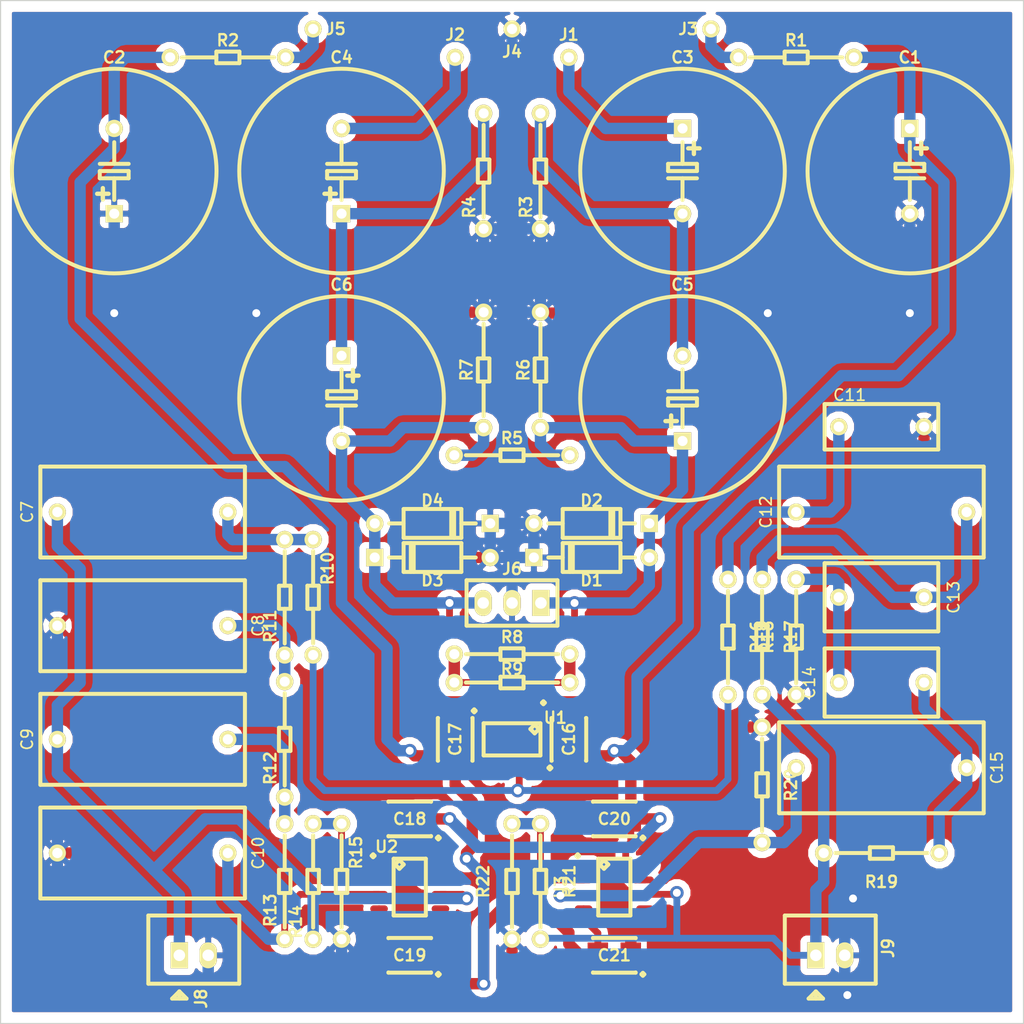
<source format=kicad_pcb>
(kicad_pcb (version 3) (host pcbnew "(2013-12-31 BZR 4598)-product")
  (layers (15 F.Cu signal) (0 B.Cu signal) (18 B.Paste user) (19 F.Paste user) (20 B.SilkS user) (21 F.SilkS user) (22 B.Mask user) (23 F.Mask user) (28 Edge.Cuts user))
  (net 0 "")
  (net 1 GND)
  (net 2 "Net-(C10-Pad1)")
  (net 3 "Net-(C11-Pad1)")
  (net 4 "Net-(C12-Pad2)")
  (net 5 "Net-(C13-Pad2)")
  (net 6 "Net-(C14-Pad2)")
  (net 7 "Net-(C15-Pad2)")
  (net 8 "Net-(C3-Pad1)")
  (net 9 "Net-(C3-Pad2)")
  (net 10 "Net-(C4-Pad1)")
  (net 11 "Net-(C4-Pad2)")
  (net 12 "Net-(C5-Pad1)")
  (net 13 "Net-(C6-Pad2)")
  (net 14 "Net-(C7-Pad1)")
  (net 15 "Net-(C7-Pad2)")
  (net 16 "Net-(C8-Pad1)")
  (net 17 "Net-(C9-Pad2)")
  (net 18 "Net-(J3-PadIN)")
  (net 19 "Net-(J5-PadIN)")
  (net 20 "Net-(J9-Pad1)")
  (net 21 "Net-(R10-Pad1)")
  (net 22 "Net-(R14-Pad2)")
  (net 23 "Net-(R21-Pad2)")
  (net 24 "Net-(R8-Pad1)")
  (net 25 "Net-(R8-Pad2)")
  (net 26 V+)
  (net 27 V-)
  (module passive:C-ALUM-16mm (layer F.Cu) (at 140 65 270)
    (fp_text reference C6 (at -10 0 360) (layer F.SilkS) (effects (font (size 1.00076 1.00076) (thickness 0.2032))))
    (fp_text value 2200u hide)
    (pad 1 thru_hole rect (at -3.74904 0 270) (size 1.524 1.524) (drill 0.889) (layers *.Cu *.Mask F.SilkS) (net 10 "Net-(C4-Pad1)"))
    (pad 2 thru_hole circle (at 3.74904 0 270) (size 1.524 1.524) (drill 0.889) (layers *.Cu *.Mask F.SilkS) (net 13 "Net-(C6-Pad2)"))
  )
  (module passive:C-ALUM-16mm (layer F.Cu) (at 170 65 90)
    (fp_text reference C5 (at 10 0 180) (layer F.SilkS) (effects (font (size 1.00076 1.00076) (thickness 0.2032))))
    (fp_text value 2200u hide)
    (pad 1 thru_hole rect (at -3.74904 0 90) (size 1.524 1.524) (drill 0.889) (layers *.Cu *.Mask F.SilkS) (net 12 "Net-(C5-Pad1)"))
    (pad 2 thru_hole circle (at 3.74904 0 90) (size 1.524 1.524) (drill 0.889) (layers *.Cu *.Mask F.SilkS) (net 9 "Net-(C3-Pad2)"))
  )
  (module passive:C-ALUM-16mm (layer F.Cu) (at 170 45 270)
    (fp_text reference C3 (at -10 0 360) (layer F.SilkS) (effects (font (size 1.00076 1.00076) (thickness 0.2032))))
    (fp_text value 2200u hide)
    (pad 1 thru_hole rect (at -3.74904 0 270) (size 1.524 1.524) (drill 0.889) (layers *.Cu *.Mask F.SilkS) (net 8 "Net-(C3-Pad1)"))
    (pad 2 thru_hole circle (at 3.74904 0 270) (size 1.524 1.524) (drill 0.889) (layers *.Cu *.Mask F.SilkS) (net 9 "Net-(C3-Pad2)"))
  )
  (module passive:C-ALUM-16mm (layer F.Cu) (at 140 45 90)
    (fp_text reference C4 (at 10 0 180) (layer F.SilkS) (effects (font (size 1.00076 1.00076) (thickness 0.2032))))
    (fp_text value 2200u hide)
    (pad 1 thru_hole rect (at -3.74904 0 90) (size 1.524 1.524) (drill 0.889) (layers *.Cu *.Mask F.SilkS) (net 10 "Net-(C4-Pad1)"))
    (pad 2 thru_hole circle (at 3.74904 0 90) (size 1.524 1.524) (drill 0.889) (layers *.Cu *.Mask F.SilkS) (net 11 "Net-(C4-Pad2)"))
  )
  (module conn:CONN_3-SIL (layer F.Cu) (at 155 83 180)
    (fp_text reference J6 (at 0 3 180) (layer F.SilkS) (effects (font (size 1.00076 1.00076) (thickness 0.2032))))
    (fp_text value NULL hide)
    (pad 1 thru_hole rect (at -2.54 0 180) (size 1.524 2.286) (drill 1.016) (layers *.Cu *.Mask F.SilkS) (net 12 "Net-(C5-Pad1)"))
    (pad 2 thru_hole oval (at 0 0 180) (size 1.524 2.286) (drill 1.016) (layers *.Cu *.Mask F.SilkS) (net 1 GND))
    (pad 3 thru_hole oval (at 2.54 0 180) (size 1.524 2.286) (drill 1.016) (layers *.Cu *.Mask F.SilkS) (net 13 "Net-(C6-Pad2)"))
  )
  (module C7 (layer F.Cu) (at 187.5 90)
    (fp_text reference C14 (at -6.35 0 90) (layer F.SilkS))
    (fp_text value 100n hide)
    (pad 1 thru_hole circle (at -3.75 0) (size 1.5 1.5) (drill 0.9) (layers *.Cu *.Mask F.SilkS) (net 5 "Net-(C13-Pad2)"))
    (pad 2 thru_hole circle (at 3.75 0) (size 1.5 1.5) (drill 0.9) (layers *.Cu *.Mask F.SilkS) (net 6 "Net-(C14-Pad2)"))
  )
  (module C7 (layer F.Cu) (at 187.5 97.5 180)
    (fp_text reference C15 (at -10.16 0 270) (layer F.SilkS))
    (fp_text value 1u hide)
    (pad 1 thru_hole circle (at -7.5 0 180) (size 1.5 1.5) (drill 0.9) (layers *.Cu *.Mask F.SilkS) (net 6 "Net-(C14-Pad2)"))
    (pad 2 thru_hole circle (at 7.5 0 180) (size 1.5 1.5) (drill 0.9) (layers *.Cu *.Mask F.SilkS) (net 7 "Net-(C15-Pad2)"))
  )
  (module C7 (layer F.Cu) (at 187.5 75)
    (fp_text reference C12 (at -10.16 0 90) (layer F.SilkS))
    (fp_text value 1u hide)
    (pad 1 thru_hole circle (at -7.5 0) (size 1.5 1.5) (drill 0.9) (layers *.Cu *.Mask F.SilkS) (net 3 "Net-(C11-Pad1)"))
    (pad 2 thru_hole circle (at 7.5 0) (size 1.5 1.5) (drill 0.9) (layers *.Cu *.Mask F.SilkS) (net 4 "Net-(C12-Pad2)"))
  )
  (module C7 (layer F.Cu) (at 187.5 67.5)
    (fp_text reference C11 (at -2.794 -2.794) (layer F.SilkS))
    (fp_text value 10n hide)
    (pad 1 thru_hole circle (at -3.75 0) (size 1.5 1.5) (drill 0.9) (layers *.Cu *.Mask F.SilkS) (net 3 "Net-(C11-Pad1)"))
    (pad 2 thru_hole circle (at 3.75 0) (size 1.5 1.5) (drill 0.9) (layers *.Cu *.Mask F.SilkS) (net 1 GND))
  )
  (module C7 (layer F.Cu) (at 187.5 82.5 180)
    (fp_text reference C13 (at -6.35 0 270) (layer F.SilkS))
    (fp_text value 100n hide)
    (pad 1 thru_hole circle (at -3.75 0 180) (size 1.5 1.5) (drill 0.9) (layers *.Cu *.Mask F.SilkS) (net 4 "Net-(C12-Pad2)"))
    (pad 2 thru_hole circle (at 3.75 0 180) (size 1.5 1.5) (drill 0.9) (layers *.Cu *.Mask F.SilkS) (net 5 "Net-(C13-Pad2)"))
  )
  (module C7 (layer F.Cu) (at 122.5 85 180)
    (fp_text reference C8 (at -10.16 0 270) (layer F.SilkS))
    (fp_text value 1u hide)
    (pad 1 thru_hole circle (at -7.5 0 180) (size 1.5 1.5) (drill 0.9) (layers *.Cu *.Mask F.SilkS) (net 16 "Net-(C8-Pad1)"))
    (pad 2 thru_hole circle (at 7.5 0 180) (size 1.5 1.5) (drill 0.9) (layers *.Cu *.Mask F.SilkS) (net 1 GND))
  )
  (module C7 (layer F.Cu) (at 122.5 105 180)
    (fp_text reference C10 (at -10.16 0 270) (layer F.SilkS))
    (fp_text value 1u hide)
    (pad 1 thru_hole circle (at -7.5 0 180) (size 1.5 1.5) (drill 0.9) (layers *.Cu *.Mask F.SilkS) (net 2 "Net-(C10-Pad1)"))
    (pad 2 thru_hole circle (at 7.5 0 180) (size 1.5 1.5) (drill 0.9) (layers *.Cu *.Mask F.SilkS) (net 1 GND))
  )
  (module C7 (layer F.Cu) (at 122.5 95)
    (fp_text reference C9 (at -10.16 0 90) (layer F.SilkS))
    (fp_text value 1u hide)
    (pad 1 thru_hole circle (at -7.5 0) (size 1.5 1.5) (drill 0.9) (layers *.Cu *.Mask F.SilkS) (net 14 "Net-(C7-Pad1)"))
    (pad 2 thru_hole circle (at 7.5 0) (size 1.5 1.5) (drill 0.9) (layers *.Cu *.Mask F.SilkS) (net 17 "Net-(C9-Pad2)"))
  )
  (module C7 (layer F.Cu) (at 122.5 75)
    (fp_text reference C7 (at -10.16 0 90) (layer F.SilkS))
    (fp_text value 1u hide)
    (pad 1 thru_hole circle (at -7.5 0) (size 1.5 1.5) (drill 0.9) (layers *.Cu *.Mask F.SilkS) (net 14 "Net-(C7-Pad1)"))
    (pad 2 thru_hole circle (at 7.5 0) (size 1.5 1.5) (drill 0.9) (layers *.Cu *.Mask F.SilkS) (net 15 "Net-(C7-Pad2)"))
  )
  (module passive:C-ALUM-16mm (layer F.Cu) (at 120 45 90)
    (fp_text reference C2 (at 10 0 180) (layer F.SilkS) (effects (font (size 1.00076 1.00076) (thickness 0.2032))))
    (fp_text value "22000u 10V" hide)
    (pad 1 thru_hole rect (at -3.74904 0 90) (size 1.524 1.524) (drill 0.889) (layers *.Cu *.Mask F.SilkS) (net 1 GND))
    (pad 2 thru_hole circle (at 3.74904 0 90) (size 1.524 1.524) (drill 0.889) (layers *.Cu *.Mask F.SilkS) (net 27 V-))
  )
  (module passive:C-ALUM-16mm (layer F.Cu) (at 190 45 270)
    (fp_text reference C1 (at -10 0 360) (layer F.SilkS) (effects (font (size 1.00076 1.00076) (thickness 0.2032))))
    (fp_text value "22000u 10V" hide)
    (pad 1 thru_hole rect (at -3.74904 0 270) (size 1.524 1.524) (drill 0.889) (layers *.Cu *.Mask F.SilkS) (net 26 V+))
    (pad 2 thru_hole circle (at 3.74904 0 270) (size 1.524 1.524) (drill 0.889) (layers *.Cu *.Mask F.SilkS) (net 1 GND))
  )
  (module semi:DO-41 (layer F.Cu) (at 162 79)
    (fp_text reference D1 (at 0 2 180) (layer F.SilkS) (effects (font (size 1.00076 1.00076) (thickness 0.2032))))
    (fp_text value 1N4001 hide)
    (pad 1 thru_hole rect (at -5.08 0 180) (size 1.524 1.524) (drill 0.889) (layers *.Cu *.Mask F.SilkS) (net 1 GND))
    (pad 2 thru_hole circle (at 5.08 0 180) (size 1.524 1.524) (drill 0.889) (layers *.Cu *.Mask F.SilkS) (net 12 "Net-(C5-Pad1)"))
  )
  (module semi:DO-41 (layer F.Cu) (at 162 76 180)
    (fp_text reference D2 (at 0 2 360) (layer F.SilkS) (effects (font (size 1.00076 1.00076) (thickness 0.2032))))
    (fp_text value 1N4001 hide)
    (pad 1 thru_hole rect (at -5.08 0) (size 1.524 1.524) (drill 0.889) (layers *.Cu *.Mask F.SilkS) (net 12 "Net-(C5-Pad1)"))
    (pad 2 thru_hole circle (at 5.08 0) (size 1.524 1.524) (drill 0.889) (layers *.Cu *.Mask F.SilkS) (net 1 GND))
  )
  (module semi:DO-41 (layer F.Cu) (at 148 79)
    (fp_text reference D3 (at 0 2 180) (layer F.SilkS) (effects (font (size 1.00076 1.00076) (thickness 0.2032))))
    (fp_text value 1N4001 hide)
    (pad 1 thru_hole rect (at -5.08 0 180) (size 1.524 1.524) (drill 0.889) (layers *.Cu *.Mask F.SilkS) (net 13 "Net-(C6-Pad2)"))
    (pad 2 thru_hole circle (at 5.08 0 180) (size 1.524 1.524) (drill 0.889) (layers *.Cu *.Mask F.SilkS) (net 1 GND))
  )
  (module semi:DO-41 (layer F.Cu) (at 148 76 180)
    (fp_text reference D4 (at 0 2 360) (layer F.SilkS) (effects (font (size 1.00076 1.00076) (thickness 0.2032))))
    (fp_text value 1N4001 hide)
    (pad 1 thru_hole rect (at -5.08 0) (size 1.524 1.524) (drill 0.889) (layers *.Cu *.Mask F.SilkS) (net 1 GND))
    (pad 2 thru_hole circle (at 5.08 0) (size 1.524 1.524) (drill 0.889) (layers *.Cu *.Mask F.SilkS) (net 13 "Net-(C6-Pad2)"))
  )
  (module conn:TEST (layer F.Cu) (at 160 35)
    (fp_text reference J1 (at 0 -2) (layer F.SilkS) (effects (font (size 1.00076 1.00076) (thickness 0.2032))))
    (fp_text value XCONN hide)
    (pad IN thru_hole circle (at 0 0) (size 1.5 1.5) (drill 0.9) (layers *.Cu *.Mask F.SilkS) (net 8 "Net-(C3-Pad1)"))
  )
  (module conn:TEST (layer F.Cu) (at 150 35)
    (fp_text reference J2 (at 0 -2) (layer F.SilkS) (effects (font (size 1.00076 1.00076) (thickness 0.2032))))
    (fp_text value XCONN hide)
    (pad IN thru_hole circle (at 0 0) (size 1.5 1.5) (drill 0.9) (layers *.Cu *.Mask F.SilkS) (net 11 "Net-(C4-Pad2)"))
  )
  (module conn:TEST (layer F.Cu) (at 172.5 32.5)
    (fp_text reference J3 (at -2 0 180) (layer F.SilkS) (effects (font (size 1.00076 1.00076) (thickness 0.2032))))
    (fp_text value XCONN hide)
    (pad IN thru_hole circle (at 0 0) (size 1.5 1.5) (drill 0.9) (layers *.Cu *.Mask F.SilkS) (net 18 "Net-(J3-PadIN)"))
  )
  (module conn:TEST (layer F.Cu) (at 155 32.5)
    (fp_text reference J4 (at 0 2 180) (layer F.SilkS) (effects (font (size 1.00076 1.00076) (thickness 0.2032))))
    (fp_text value XCONN hide)
    (pad IN thru_hole circle (at 0 0) (size 1.5 1.5) (drill 0.9) (layers *.Cu *.Mask F.SilkS) (net 1 GND))
  )
  (module conn:TEST (layer F.Cu) (at 137.5 32.5)
    (fp_text reference J5 (at 2 0) (layer F.SilkS) (effects (font (size 1.00076 1.00076) (thickness 0.2032))))
    (fp_text value XCONN hide)
    (pad IN thru_hole circle (at 0 0) (size 1.5 1.5) (drill 0.9) (layers *.Cu *.Mask F.SilkS) (net 19 "Net-(J5-PadIN)"))
  )
  (module conn:CONN_2-SIL (layer F.Cu) (at 127 114)
    (fp_text reference J8 (at 0.635 3.81 90) (layer F.SilkS) (effects (font (size 1.00076 1.00076) (thickness 0.2032))))
    (fp_text value OUT-LF hide)
    (pad 1 thru_hole rect (at -1.27 0) (size 1.524 2.286) (drill 1.016) (layers *.Cu *.Mask F.SilkS) (net 14 "Net-(C7-Pad1)"))
    (pad 2 thru_hole oval (at 1.27 0) (size 1.524 2.286) (drill 1.016) (layers *.Cu *.Mask F.SilkS) (net 1 GND))
  )
  (module conn:CONN_2-SIL (layer F.Cu) (at 183 114)
    (fp_text reference J9 (at 5.08 -0.635 90) (layer F.SilkS) (effects (font (size 1.00076 1.00076) (thickness 0.2032))))
    (fp_text value OUT-HF hide)
    (pad 1 thru_hole rect (at -1.27 0) (size 1.524 2.286) (drill 1.016) (layers *.Cu *.Mask F.SilkS) (net 20 "Net-(J9-Pad1)"))
    (pad 2 thru_hole oval (at 1.27 0) (size 1.524 2.286) (drill 1.016) (layers *.Cu *.Mask F.SilkS) (net 1 GND))
  )
  (module passive:R-250mW (layer F.Cu) (at 157.5 45 270)
    (fp_text reference R3 (at 3.175 1.27 270) (layer F.SilkS) (effects (font (size 1.00076 1.00076) (thickness 0.2032))))
    (fp_text value 470k hide)
    (pad 1 thru_hole circle (at -5.08 0 270) (size 1.524 1.524) (drill 0.889) (layers *.Cu *.Mask F.SilkS) (net 9 "Net-(C3-Pad2)"))
    (pad 2 thru_hole circle (at 5.08 0 270) (size 1.524 1.524) (drill 0.889) (layers *.Cu *.Mask F.SilkS) (net 1 GND))
  )
  (module passive:R-250mW (layer F.Cu) (at 152.5 45 90)
    (fp_text reference R4 (at -3.175 -1.27 90) (layer F.SilkS) (effects (font (size 1.00076 1.00076) (thickness 0.2032))))
    (fp_text value 470k hide)
    (pad 1 thru_hole circle (at -5.08 0 90) (size 1.524 1.524) (drill 0.889) (layers *.Cu *.Mask F.SilkS) (net 1 GND))
    (pad 2 thru_hole circle (at 5.08 0 90) (size 1.524 1.524) (drill 0.889) (layers *.Cu *.Mask F.SilkS) (net 10 "Net-(C4-Pad1)"))
  )
  (module passive:R-250mW (layer F.Cu) (at 155 70 180)
    (fp_text reference R5 (at 0 1.5 180) (layer F.SilkS) (effects (font (size 1.00076 1.00076) (thickness 0.2032))))
    (fp_text value 33k hide)
    (pad 1 thru_hole circle (at -5.08 0 180) (size 1.524 1.524) (drill 0.889) (layers *.Cu *.Mask F.SilkS) (net 12 "Net-(C5-Pad1)"))
    (pad 2 thru_hole circle (at 5.08 0 180) (size 1.524 1.524) (drill 0.889) (layers *.Cu *.Mask F.SilkS) (net 13 "Net-(C6-Pad2)"))
  )
  (module passive:R-250mW (layer F.Cu) (at 157.5 62.5 90)
    (fp_text reference R6 (at 0 -1.5 90) (layer F.SilkS) (effects (font (size 1.00076 1.00076) (thickness 0.2032))))
    (fp_text value 470k hide)
    (pad 1 thru_hole circle (at -5.08 0 90) (size 1.524 1.524) (drill 0.889) (layers *.Cu *.Mask F.SilkS) (net 12 "Net-(C5-Pad1)"))
    (pad 2 thru_hole circle (at 5.08 0 90) (size 1.524 1.524) (drill 0.889) (layers *.Cu *.Mask F.SilkS) (net 1 GND))
  )
  (module passive:R-250mW (layer F.Cu) (at 152.5 62.5 270)
    (fp_text reference R7 (at 0 1.5 270) (layer F.SilkS) (effects (font (size 1.00076 1.00076) (thickness 0.2032))))
    (fp_text value 470k hide)
    (pad 1 thru_hole circle (at -5.08 0 270) (size 1.524 1.524) (drill 0.889) (layers *.Cu *.Mask F.SilkS) (net 1 GND))
    (pad 2 thru_hole circle (at 5.08 0 270) (size 1.524 1.524) (drill 0.889) (layers *.Cu *.Mask F.SilkS) (net 13 "Net-(C6-Pad2)"))
  )
  (module passive:R-250mW (layer F.Cu) (at 155 87.5 180)
    (fp_text reference R8 (at 0 1.5 180) (layer F.SilkS) (effects (font (size 1.00076 1.00076) (thickness 0.2032))))
    (fp_text value 62 hide)
    (pad 1 thru_hole circle (at -5.08 0 180) (size 1.524 1.524) (drill 0.889) (layers *.Cu *.Mask F.SilkS) (net 24 "Net-(R8-Pad1)"))
    (pad 2 thru_hole circle (at 5.08 0 180) (size 1.524 1.524) (drill 0.889) (layers *.Cu *.Mask F.SilkS) (net 25 "Net-(R8-Pad2)"))
  )
  (module passive:R-250mW (layer F.Cu) (at 155 90 180)
    (fp_text reference R9 (at 0 1.2 180) (layer F.SilkS) (effects (font (size 1.00076 1.00076) (thickness 0.2032))))
    (fp_text value 2k7 hide)
    (pad 1 thru_hole circle (at -5.08 0 180) (size 1.524 1.524) (drill 0.889) (layers *.Cu *.Mask F.SilkS) (net 24 "Net-(R8-Pad1)"))
    (pad 2 thru_hole circle (at 5.08 0 180) (size 1.524 1.524) (drill 0.889) (layers *.Cu *.Mask F.SilkS) (net 25 "Net-(R8-Pad2)"))
  )
  (module passive:R-250mW (layer F.Cu) (at 137.5 82.5 90)
    (fp_text reference R10 (at 2.54 1.27 90) (layer F.SilkS) (effects (font (size 1.00076 1.00076) (thickness 0.2032))))
    (fp_text value 6k2 hide)
    (pad 1 thru_hole circle (at -5.08 0 90) (size 1.524 1.524) (drill 0.889) (layers *.Cu *.Mask F.SilkS) (net 21 "Net-(R10-Pad1)"))
    (pad 2 thru_hole circle (at 5.08 0 90) (size 1.524 1.524) (drill 0.889) (layers *.Cu *.Mask F.SilkS) (net 15 "Net-(C7-Pad2)"))
  )
  (module passive:R-250mW (layer F.Cu) (at 135 82.5 270)
    (fp_text reference R11 (at 2.54 1.27 270) (layer F.SilkS) (effects (font (size 1.00076 1.00076) (thickness 0.2032))))
    (fp_text value 22k hide)
    (pad 1 thru_hole circle (at -5.08 0 270) (size 1.524 1.524) (drill 0.889) (layers *.Cu *.Mask F.SilkS) (net 15 "Net-(C7-Pad2)"))
    (pad 2 thru_hole circle (at 5.08 0 270) (size 1.524 1.524) (drill 0.889) (layers *.Cu *.Mask F.SilkS) (net 16 "Net-(C8-Pad1)"))
  )
  (module passive:R-250mW (layer F.Cu) (at 135 95 270)
    (fp_text reference R12 (at 2.54 1.27 270) (layer F.SilkS) (effects (font (size 1.00076 1.00076) (thickness 0.2032))))
    (fp_text value 22k hide)
    (pad 1 thru_hole circle (at -5.08 0 270) (size 1.524 1.524) (drill 0.889) (layers *.Cu *.Mask F.SilkS) (net 16 "Net-(C8-Pad1)"))
    (pad 2 thru_hole circle (at 5.08 0 270) (size 1.524 1.524) (drill 0.889) (layers *.Cu *.Mask F.SilkS) (net 17 "Net-(C9-Pad2)"))
  )
  (module passive:R-250mW (layer F.Cu) (at 135 107.5 270)
    (fp_text reference R13 (at 2.54 1.27 270) (layer F.SilkS) (effects (font (size 1.00076 1.00076) (thickness 0.2032))))
    (fp_text value 1k5 hide)
    (pad 1 thru_hole circle (at -5.08 0 270) (size 1.524 1.524) (drill 0.889) (layers *.Cu *.Mask F.SilkS) (net 17 "Net-(C9-Pad2)"))
    (pad 2 thru_hole circle (at 5.08 0 270) (size 1.524 1.524) (drill 0.889) (layers *.Cu *.Mask F.SilkS) (net 2 "Net-(C10-Pad1)"))
  )
  (module passive:R-250mW (layer F.Cu) (at 137.5 107.5 90)
    (fp_text reference R14 (at -3.556 -1.524 90) (layer F.SilkS) (effects (font (size 1.00076 1.00076) (thickness 0.2032))))
    (fp_text value 10k hide)
    (pad 1 thru_hole circle (at -5.08 0 90) (size 1.524 1.524) (drill 0.889) (layers *.Cu *.Mask F.SilkS) (net 14 "Net-(C7-Pad1)"))
    (pad 2 thru_hole circle (at 5.08 0 90) (size 1.524 1.524) (drill 0.889) (layers *.Cu *.Mask F.SilkS) (net 22 "Net-(R14-Pad2)"))
  )
  (module passive:R-250mW (layer F.Cu) (at 140 107.5 270)
    (fp_text reference R15 (at -2.54 -1.27 270) (layer F.SilkS) (effects (font (size 1.00076 1.00076) (thickness 0.2032))))
    (fp_text value 10k hide)
    (pad 1 thru_hole circle (at -5.08 0 270) (size 1.524 1.524) (drill 0.889) (layers *.Cu *.Mask F.SilkS) (net 22 "Net-(R14-Pad2)"))
    (pad 2 thru_hole circle (at 5.08 0 270) (size 1.524 1.524) (drill 0.889) (layers *.Cu *.Mask F.SilkS) (net 1 GND))
  )
  (module IPC7351-Nominal:SOIC127P600X175-8 (layer F.Cu) (at 155 95 270)
    (fp_text reference U1 (at -1.905 -3.81 360) (layer F.SilkS) (effects (font (thickness 0.2))))
    (fp_text value AD8429ARZ hide)
    (pad 1 smd rect (at -2.7 -1.905 270) (size 1.55 0.6) (layers F.Cu F.Paste F.Mask) (net 12 "Net-(C5-Pad1)"))
    (pad 2 smd oval (at -2.7 -0.635 270) (size 1.55 0.6) (layers F.Cu F.Paste F.Mask) (net 24 "Net-(R8-Pad1)"))
    (pad 3 smd oval (at -2.7 0.635 270) (size 1.55 0.6) (layers F.Cu F.Paste F.Mask) (net 25 "Net-(R8-Pad2)"))
    (pad 4 smd oval (at -2.7 1.905 270) (size 1.55 0.6) (layers F.Cu F.Paste F.Mask) (net 13 "Net-(C6-Pad2)"))
    (pad 5 smd oval (at 2.7 1.905 270) (size 1.55 0.6) (layers F.Cu F.Paste F.Mask) (net 27 V-))
    (pad 6 smd oval (at 2.7 0.635 270) (size 1.55 0.6) (layers F.Cu F.Paste F.Mask) (net 1 GND))
    (pad 7 smd oval (at 2.7 -0.635 270) (size 1.55 0.6) (layers F.Cu F.Paste F.Mask) (net 21 "Net-(R10-Pad1)"))
    (pad 8 smd oval (at 2.7 -1.905 270) (size 1.55 0.6) (layers F.Cu F.Paste F.Mask) (net 26 V+))
  )
  (module IPC7351-Nominal:SOIC127P600X175-8 (layer F.Cu) (at 146 108)
    (fp_text reference U2 (at -2.032 -3.556) (layer F.SilkS) (effects (font (thickness 0.2))))
    (fp_text value AD8597ARZ hide)
    (pad 1 smd rect (at -2.7 -1.905) (size 1.55 0.6) (layers F.Cu F.Paste F.Mask))
    (pad 2 smd oval (at -2.7 -0.635) (size 1.55 0.6) (layers F.Cu F.Paste F.Mask) (net 22 "Net-(R14-Pad2)"))
    (pad 3 smd oval (at -2.7 0.635) (size 1.55 0.6) (layers F.Cu F.Paste F.Mask) (net 2 "Net-(C10-Pad1)"))
    (pad 4 smd oval (at -2.7 1.905) (size 1.55 0.6) (layers F.Cu F.Paste F.Mask) (net 27 V-))
    (pad 5 smd oval (at 2.7 1.905) (size 1.55 0.6) (layers F.Cu F.Paste F.Mask))
    (pad 6 smd oval (at 2.7 0.635) (size 1.55 0.6) (layers F.Cu F.Paste F.Mask) (net 14 "Net-(C7-Pad1)"))
    (pad 7 smd oval (at 2.7 -0.635) (size 1.55 0.6) (layers F.Cu F.Paste F.Mask) (net 26 V+))
    (pad 8 smd oval (at 2.7 -1.905) (size 1.55 0.6) (layers F.Cu F.Paste F.Mask))
  )
  (module IPC7351-Nominal:SOIC127P600X175-8 (layer F.Cu) (at 164 108)
    (fp_text reference U3 (at -4.699 0 90) (layer F.SilkS) (effects (font (thickness 0.2))))
    (fp_text value AD8597ARZ hide)
    (pad 1 smd rect (at -2.7 -1.905) (size 1.55 0.6) (layers F.Cu F.Paste F.Mask))
    (pad 2 smd oval (at -2.7 -0.635) (size 1.55 0.6) (layers F.Cu F.Paste F.Mask) (net 23 "Net-(R21-Pad2)"))
    (pad 3 smd oval (at -2.7 0.635) (size 1.55 0.6) (layers F.Cu F.Paste F.Mask) (net 7 "Net-(C15-Pad2)"))
    (pad 4 smd oval (at -2.7 1.905) (size 1.55 0.6) (layers F.Cu F.Paste F.Mask) (net 27 V-))
    (pad 5 smd oval (at 2.7 1.905) (size 1.55 0.6) (layers F.Cu F.Paste F.Mask))
    (pad 6 smd oval (at 2.7 0.635) (size 1.55 0.6) (layers F.Cu F.Paste F.Mask) (net 20 "Net-(J9-Pad1)"))
    (pad 7 smd oval (at 2.7 -0.635) (size 1.55 0.6) (layers F.Cu F.Paste F.Mask) (net 26 V+))
    (pad 8 smd oval (at 2.7 -1.905) (size 1.55 0.6) (layers F.Cu F.Paste F.Mask))
  )
  (module passive:R-250mW (layer F.Cu) (at 157.5 107.5 90)
    (fp_text reference R21 (at 0 2.54 90) (layer F.SilkS) (effects (font (size 1.00076 1.00076) (thickness 0.2032))))
    (fp_text value 10k hide)
    (pad 1 thru_hole circle (at -5.08 0 90) (size 1.524 1.524) (drill 0.889) (layers *.Cu *.Mask F.SilkS) (net 20 "Net-(J9-Pad1)"))
    (pad 2 thru_hole circle (at 5.08 0 90) (size 1.524 1.524) (drill 0.889) (layers *.Cu *.Mask F.SilkS) (net 23 "Net-(R21-Pad2)"))
  )
  (module passive:R-250mW (layer F.Cu) (at 155 107.5 270)
    (fp_text reference R22 (at 0 2.54 270) (layer F.SilkS) (effects (font (size 1.00076 1.00076) (thickness 0.2032))))
    (fp_text value 10k hide)
    (pad 1 thru_hole circle (at -5.08 0 270) (size 1.524 1.524) (drill 0.889) (layers *.Cu *.Mask F.SilkS) (net 23 "Net-(R21-Pad2)"))
    (pad 2 thru_hole circle (at 5.08 0 270) (size 1.524 1.524) (drill 0.889) (layers *.Cu *.Mask F.SilkS) (net 1 GND))
  )
  (module passive:R-250mW (layer F.Cu) (at 174 86 90)
    (fp_text reference R16 (at 0 2.54 90) (layer F.SilkS) (effects (font (size 1.00076 1.00076) (thickness 0.2032))))
    (fp_text value 4k7 hide)
    (pad 1 thru_hole circle (at -5.08 0 90) (size 1.524 1.524) (drill 0.889) (layers *.Cu *.Mask F.SilkS) (net 21 "Net-(R10-Pad1)"))
    (pad 2 thru_hole circle (at 5.08 0 90) (size 1.524 1.524) (drill 0.889) (layers *.Cu *.Mask F.SilkS) (net 3 "Net-(C11-Pad1)"))
  )
  (module passive:R-250mW (layer F.Cu) (at 177 86 90)
    (fp_text reference R17 (at 0 2.54 90) (layer F.SilkS) (effects (font (size 1.00076 1.00076) (thickness 0.2032))))
    (fp_text value 33k hide)
    (pad 1 thru_hole circle (at -5.08 0 90) (size 1.524 1.524) (drill 0.889) (layers *.Cu *.Mask F.SilkS) (net 20 "Net-(J9-Pad1)"))
    (pad 2 thru_hole circle (at 5.08 0 90) (size 1.524 1.524) (drill 0.889) (layers *.Cu *.Mask F.SilkS) (net 4 "Net-(C12-Pad2)"))
  )
  (module passive:R-250mW (layer F.Cu) (at 180 86 270)
    (fp_text reference R18 (at 0 2.54 270) (layer F.SilkS) (effects (font (size 1.00076 1.00076) (thickness 0.2032))))
    (fp_text value 33k hide)
    (pad 1 thru_hole circle (at -5.08 0 270) (size 1.524 1.524) (drill 0.889) (layers *.Cu *.Mask F.SilkS) (net 5 "Net-(C13-Pad2)"))
    (pad 2 thru_hole circle (at 5.08 0 270) (size 1.524 1.524) (drill 0.889) (layers *.Cu *.Mask F.SilkS) (net 1 GND))
  )
  (module passive:R-250mW (layer F.Cu) (at 187.5 105)
    (fp_text reference R19 (at 0 2.54) (layer F.SilkS) (effects (font (size 1.00076 1.00076) (thickness 0.2032))))
    (fp_text value 33k hide)
    (pad 1 thru_hole circle (at -5.08 0) (size 1.524 1.524) (drill 0.889) (layers *.Cu *.Mask F.SilkS) (net 20 "Net-(J9-Pad1)"))
    (pad 2 thru_hole circle (at 5.08 0) (size 1.524 1.524) (drill 0.889) (layers *.Cu *.Mask F.SilkS) (net 6 "Net-(C14-Pad2)"))
  )
  (module passive:R-250mW (layer F.Cu) (at 177 99 90)
    (fp_text reference R20 (at 0 2.54 90) (layer F.SilkS) (effects (font (size 1.00076 1.00076) (thickness 0.2032))))
    (fp_text value 33k hide)
    (pad 1 thru_hole circle (at -5.08 0 90) (size 1.524 1.524) (drill 0.889) (layers *.Cu *.Mask F.SilkS) (net 7 "Net-(C15-Pad2)"))
    (pad 2 thru_hole circle (at 5.08 0 90) (size 1.524 1.524) (drill 0.889) (layers *.Cu *.Mask F.SilkS) (net 1 GND))
  )
  (module passive:R-250mW (layer F.Cu) (at 180 35)
    (fp_text reference R1 (at 0 -1.5) (layer F.SilkS) (effects (font (size 1.00076 1.00076) (thickness 0.2032))))
    (fp_text value 150 hide)
    (pad 1 thru_hole circle (at -5.08 0) (size 1.524 1.524) (drill 0.889) (layers *.Cu *.Mask F.SilkS) (net 18 "Net-(J3-PadIN)"))
    (pad 2 thru_hole circle (at 5.08 0) (size 1.524 1.524) (drill 0.889) (layers *.Cu *.Mask F.SilkS) (net 26 V+))
  )
  (module passive:R-250mW (layer F.Cu) (at 130 35 180)
    (fp_text reference R2 (at 0 1.5 180) (layer F.SilkS) (effects (font (size 1.00076 1.00076) (thickness 0.2032))))
    (fp_text value 150 hide)
    (pad 1 thru_hole circle (at -5.08 0 180) (size 1.524 1.524) (drill 0.889) (layers *.Cu *.Mask F.SilkS) (net 19 "Net-(J5-PadIN)"))
    (pad 2 thru_hole circle (at 5.08 0 180) (size 1.524 1.524) (drill 0.889) (layers *.Cu *.Mask F.SilkS) (net 27 V-))
  )
  (module IPC7351-Nominal:CAPMP3528X210 (layer F.Cu) (at 160 95 90)
    (fp_text reference C16 (at 0 0 90) (layer F.SilkS) (effects (font (thickness 0.2))))
    (fp_text value 10u hide)
    (pad 1 smd rect (at -1.45 0 90) (size 1.8 2.25) (layers F.Cu F.Paste F.Mask) (net 26 V+))
    (pad 2 smd rect (at 1.45 0 90) (size 1.8 2.25) (layers F.Cu F.Paste F.Mask) (net 1 GND))
  )
  (module IPC7351-Nominal:CAPMP3528X210 (layer F.Cu) (at 150 95 270)
    (fp_text reference C17 (at 0 0 270) (layer F.SilkS) (effects (font (thickness 0.2))))
    (fp_text value 10u hide)
    (pad 1 smd rect (at -1.45 0 270) (size 1.8 2.25) (layers F.Cu F.Paste F.Mask) (net 1 GND))
    (pad 2 smd rect (at 1.45 0 270) (size 1.8 2.25) (layers F.Cu F.Paste F.Mask) (net 27 V-))
  )
  (module IPC7351-Nominal:CAPMP3528X210 (layer F.Cu) (at 146 102 180)
    (fp_text reference C18 (at 0 0 180) (layer F.SilkS) (effects (font (thickness 0.2))))
    (fp_text value 10u hide)
    (pad 1 smd rect (at -1.45 0 180) (size 1.8 2.25) (layers F.Cu F.Paste F.Mask) (net 26 V+))
    (pad 2 smd rect (at 1.45 0 180) (size 1.8 2.25) (layers F.Cu F.Paste F.Mask) (net 1 GND))
  )
  (module IPC7351-Nominal:CAPMP3528X210 (layer F.Cu) (at 146 114 180)
    (fp_text reference C19 (at 0 0 180) (layer F.SilkS) (effects (font (thickness 0.2))))
    (fp_text value 10u hide)
    (pad 1 smd rect (at -1.45 0 180) (size 1.8 2.25) (layers F.Cu F.Paste F.Mask) (net 1 GND))
    (pad 2 smd rect (at 1.45 0 180) (size 1.8 2.25) (layers F.Cu F.Paste F.Mask) (net 27 V-))
  )
  (module IPC7351-Nominal:CAPMP3528X210 (layer F.Cu) (at 164 102 180)
    (fp_text reference C20 (at 0 0 180) (layer F.SilkS) (effects (font (thickness 0.2))))
    (fp_text value 10u hide)
    (pad 1 smd rect (at -1.45 0 180) (size 1.8 2.25) (layers F.Cu F.Paste F.Mask) (net 26 V+))
    (pad 2 smd rect (at 1.45 0 180) (size 1.8 2.25) (layers F.Cu F.Paste F.Mask) (net 1 GND))
  )
  (module IPC7351-Nominal:CAPMP3528X210 (layer F.Cu) (at 164 114 180)
    (fp_text reference C21 (at 0 0 180) (layer F.SilkS) (effects (font (thickness 0.2))))
    (fp_text value 10u hide)
    (pad 1 smd rect (at -1.45 0 180) (size 1.8 2.25) (layers F.Cu F.Paste F.Mask) (net 1 GND))
    (pad 2 smd rect (at 1.45 0 180) (size 1.8 2.25) (layers F.Cu F.Paste F.Mask) (net 27 V-))
  )
  (gr_line (start 110 120) (end 110 30) (angle 90) (layer Edge.Cuts) (width 0.1))
  (gr_line (start 200 120) (end 110 120) (angle 90) (layer Edge.Cuts) (width 0.1))
  (gr_line (start 200 30) (end 200 120) (angle 90) (layer Edge.Cuts) (width 0.1))
  (gr_line (start 110 30) (end 200 30) (angle 90) (layer Edge.Cuts) (width 0.1))
  (segment (start 177 93.92) (end 160.37 93.92) (width 1) (layer F.Cu) (net 1))
  (segment (start 160.37 93.92) (end 160 93.55) (width 1) (layer F.Cu) (net 1))
  (segment (start 146 93) (end 144 93) (width 1) (layer F.Cu) (net 1))
  (segment (start 143 94) (end 143 97.5) (width 1) (layer F.Cu) (net 1))
  (segment (start 144 93) (end 143 94) (width 1) (layer F.Cu) (net 1))
  (segment (start 144.55 102) (end 144.55 99.05) (width 1) (layer F.Cu) (net 1))
  (segment (start 144.55 99.05) (end 143 97.5) (width 1) (layer F.Cu) (net 1))
  (segment (start 118.5 105) (end 115 105) (width 1) (layer F.Cu) (net 1))
  (segment (start 143 97.5) (end 126 97.5) (width 1) (layer F.Cu) (net 1))
  (segment (start 126 97.5) (end 118.5 105) (width 1) (layer F.Cu) (net 1))
  (segment (start 163.5 116.5) (end 183.5 116.5) (width 1) (layer F.Cu) (net 1))
  (segment (start 184.27 117.27) (end 184.27 114) (width 1) (layer B.Cu) (net 1))
  (segment (start 184.5 117.5) (end 184.27 117.27) (width 1) (layer B.Cu) (net 1))
  (via (at 184.5 117.5) (size 1.2) (layers F.Cu B.Cu) (net 1))
  (segment (start 183.5 116.5) (end 184.5 117.5) (width 1) (layer F.Cu) (net 1))
  (segment (start 155 112.58) (end 155 115.5) (width 1) (layer F.Cu) (net 1))
  (segment (start 165.45 116.05) (end 165.45 114) (width 1) (layer F.Cu) (net 1))
  (segment (start 165 116.5) (end 165.45 116.05) (width 1) (layer F.Cu) (net 1))
  (segment (start 156 116.5) (end 163.5 116.5) (width 1) (layer F.Cu) (net 1))
  (segment (start 163.5 116.5) (end 165 116.5) (width 1) (layer F.Cu) (net 1))
  (segment (start 155 115.5) (end 156 116.5) (width 1) (layer F.Cu) (net 1))
  (segment (start 165.45 114) (end 165.45 112.45) (width 1) (layer F.Cu) (net 1))
  (segment (start 162.55 104.05) (end 162.55 102) (width 1) (layer F.Cu) (net 1))
  (segment (start 163.5 105) (end 162.55 104.05) (width 1) (layer F.Cu) (net 1))
  (segment (start 163.5 110.5) (end 163.5 105) (width 1) (layer F.Cu) (net 1))
  (segment (start 165.45 112.45) (end 163.5 110.5) (width 1) (layer F.Cu) (net 1))
  (segment (start 147.45 114) (end 147.45 112.45) (width 1) (layer F.Cu) (net 1))
  (segment (start 144.55 104.05) (end 144.55 102) (width 1) (layer F.Cu) (net 1))
  (segment (start 145.5 105) (end 144.55 104.05) (width 1) (layer F.Cu) (net 1))
  (segment (start 145.5 110.5) (end 145.5 105) (width 1) (layer F.Cu) (net 1))
  (segment (start 147.45 112.45) (end 145.5 110.5) (width 1) (layer F.Cu) (net 1))
  (segment (start 153.08 79) (end 149 79) (width 1) (layer F.Cu) (net 1))
  (segment (start 146.55 93.55) (end 150 93.55) (width 1) (layer F.Cu) (net 1))
  (segment (start 146 93) (end 146.55 93.55) (width 1) (layer F.Cu) (net 1))
  (segment (start 146 82) (end 146 93) (width 1) (layer F.Cu) (net 1))
  (segment (start 149 79) (end 146 82) (width 1) (layer F.Cu) (net 1))
  (segment (start 155 57.42) (end 155 76) (width 1) (layer B.Cu) (net 1))
  (segment (start 155 83) (end 155 79) (width 1) (layer B.Cu) (net 1))
  (segment (start 156.92 79) (end 155 79) (width 1) (layer B.Cu) (net 1))
  (segment (start 155 79) (end 153.08 79) (width 1) (layer B.Cu) (net 1))
  (segment (start 156.92 76) (end 156.92 79) (width 1) (layer B.Cu) (net 1))
  (segment (start 153.08 76) (end 155 76) (width 1) (layer B.Cu) (net 1))
  (segment (start 155 76) (end 156.92 76) (width 1) (layer B.Cu) (net 1))
  (segment (start 153.08 79) (end 153.08 76) (width 1) (layer B.Cu) (net 1))
  (segment (start 185 109) (end 185 96.08) (width 1) (layer B.Cu) (net 1))
  (segment (start 185 96.08) (end 180 91.08) (width 1) (layer B.Cu) (net 1))
  (segment (start 184.27 114) (end 184.27 111.73) (width 1) (layer B.Cu) (net 1))
  (via (at 185 109) (size 1.2) (layers F.Cu B.Cu) (net 1))
  (segment (start 185 111) (end 185 109) (width 1) (layer B.Cu) (net 1))
  (segment (start 184.27 111.73) (end 185 111) (width 1) (layer B.Cu) (net 1))
  (segment (start 191.25 67.5) (end 191.25 73.75) (width 1) (layer F.Cu) (net 1))
  (segment (start 181.42 92.5) (end 180 91.08) (width 1) (layer F.Cu) (net 1))
  (segment (start 185 92.5) (end 181.42 92.5) (width 1) (layer F.Cu) (net 1))
  (segment (start 187.5 90) (end 185 92.5) (width 1) (layer F.Cu) (net 1))
  (segment (start 187.5 77.5) (end 187.5 90) (width 1) (layer F.Cu) (net 1))
  (segment (start 191.25 73.75) (end 187.5 77.5) (width 1) (layer F.Cu) (net 1))
  (segment (start 152.5 57.42) (end 132.58 57.42) (width 1) (layer F.Cu) (net 1))
  (segment (start 132.5 57.5) (end 120 57.5) (width 1) (layer B.Cu) (net 1))
  (via (at 120 57.5) (size 1.2) (layers F.Cu B.Cu) (net 1))
  (segment (start 120 57.5) (end 120 48.74904) (width 1) (layer B.Cu) (net 1))
  (via (at 132.5 57.5) (size 1.2) (layers F.Cu B.Cu) (net 1))
  (segment (start 132.58 57.42) (end 132.5 57.5) (width 1) (layer F.Cu) (net 1))
  (segment (start 177.5 57.5) (end 157.58 57.5) (width 1) (layer F.Cu) (net 1))
  (segment (start 177.5 57.5) (end 190 57.5) (width 1) (layer B.Cu) (net 1))
  (via (at 190 57.5) (size 1.2) (layers F.Cu B.Cu) (net 1))
  (segment (start 190 48.74904) (end 190 57.5) (width 1) (layer B.Cu) (net 1))
  (via (at 177.5 57.5) (size 1.2) (layers F.Cu B.Cu) (net 1))
  (segment (start 157.58 57.5) (end 157.5 57.42) (width 1) (layer F.Cu) (net 1))
  (segment (start 155 50.08) (end 155 32.5) (width 1) (layer B.Cu) (net 1))
  (segment (start 157.5 50.08) (end 155 50.08) (width 1) (layer B.Cu) (net 1))
  (segment (start 155 50.08) (end 152.5 50.08) (width 1) (layer B.Cu) (net 1))
  (segment (start 157.5 57.42) (end 157.5 50.08) (width 1) (layer B.Cu) (net 1))
  (segment (start 152.5 57.42) (end 155 57.42) (width 1) (layer B.Cu) (net 1))
  (segment (start 155 57.42) (end 157.5 57.42) (width 1) (layer B.Cu) (net 1))
  (segment (start 152.5 50.08) (end 152.5 57.42) (width 1) (layer B.Cu) (net 1))
  (segment (start 180 91.08) (end 177.16 93.92) (width 1) (layer F.Cu) (net 1))
  (segment (start 177.16 93.92) (end 177 93.92) (width 1) (layer F.Cu) (net 1))
  (segment (start 128 117) (end 128.27 116.73) (width 1) (layer B.Cu) (net 1))
  (segment (start 128.27 116.73) (end 128.27 114) (width 1) (layer B.Cu) (net 1))
  (segment (start 115 105) (end 115 114) (width 1) (layer B.Cu) (net 1))
  (segment (start 115 114) (end 118 117) (width 1) (layer B.Cu) (net 1))
  (segment (start 118 117) (end 128 117) (width 1) (layer B.Cu) (net 1))
  (segment (start 140 116) (end 140 112.58) (width 1) (layer B.Cu) (net 1))
  (segment (start 139 117) (end 140 116) (width 1) (layer B.Cu) (net 1))
  (segment (start 128 117) (end 139 117) (width 1) (layer B.Cu) (net 1))
  (segment (start 115 85) (end 115 88) (width 1) (layer B.Cu) (net 1))
  (segment (start 115 88) (end 113 90) (width 1) (layer B.Cu) (net 1))
  (segment (start 113 90) (end 113 100) (width 1) (layer B.Cu) (net 1))
  (segment (start 113 100) (end 115 102) (width 1) (layer B.Cu) (net 1))
  (segment (start 115 102) (end 115 105) (width 1) (layer B.Cu) (net 1))
  (segment (start 154.5 94.5) (end 154.365 94.635) (width 0.6) (layer F.Cu) (net 1))
  (segment (start 154.365 94.635) (end 154.365 97.7) (width 0.6) (layer F.Cu) (net 1))
  (segment (start 150 93.55) (end 151.55 93.55) (width 0.6) (layer F.Cu) (net 1))
  (segment (start 151.55 93.55) (end 152.5 94.5) (width 0.6) (layer F.Cu) (net 1))
  (segment (start 152.5 94.5) (end 154.5 94.5) (width 0.6) (layer F.Cu) (net 1))
  (segment (start 158.45 93.55) (end 160 93.55) (width 0.6) (layer F.Cu) (net 1))
  (segment (start 154.5 94.5) (end 157.5 94.5) (width 0.6) (layer F.Cu) (net 1))
  (segment (start 157.5 94.5) (end 158.45 93.55) (width 0.6) (layer F.Cu) (net 1))
  (segment (start 143.3 108.635) (end 136.365 108.635) (width 0.6) (layer F.Cu) (net 2))
  (segment (start 135 110) (end 135 112.58) (width 0.6) (layer F.Cu) (net 2))
  (segment (start 136.365 108.635) (end 135 110) (width 0.6) (layer F.Cu) (net 2))
  (segment (start 130 105) (end 130 109) (width 1) (layer B.Cu) (net 2))
  (segment (start 133.58 112.58) (end 135 112.58) (width 1) (layer B.Cu) (net 2))
  (segment (start 130 109) (end 133.58 112.58) (width 1) (layer B.Cu) (net 2))
  (segment (start 180 75) (end 183 75) (width 1) (layer B.Cu) (net 3))
  (segment (start 183.75 74.25) (end 183.75 67.5) (width 1) (layer B.Cu) (net 3))
  (segment (start 183 75) (end 183.75 74.25) (width 1) (layer B.Cu) (net 3))
  (segment (start 174 80.92) (end 174 77.5) (width 1) (layer B.Cu) (net 3))
  (segment (start 176.5 75) (end 180 75) (width 1) (layer B.Cu) (net 3))
  (segment (start 174 77.5) (end 176.5 75) (width 1) (layer B.Cu) (net 3))
  (segment (start 191.25 82.5) (end 188.5 82.5) (width 1) (layer B.Cu) (net 4))
  (segment (start 177 79) (end 177 80.92) (width 1) (layer B.Cu) (net 4))
  (segment (start 178.5 77.5) (end 177 79) (width 1) (layer B.Cu) (net 4))
  (segment (start 183.5 77.5) (end 178.5 77.5) (width 1) (layer B.Cu) (net 4))
  (segment (start 188.5 82.5) (end 183.5 77.5) (width 1) (layer B.Cu) (net 4))
  (segment (start 195 75) (end 195 81) (width 1) (layer B.Cu) (net 4))
  (segment (start 193.5 82.5) (end 191.25 82.5) (width 1) (layer B.Cu) (net 4))
  (segment (start 195 81) (end 193.5 82.5) (width 1) (layer B.Cu) (net 4))
  (segment (start 183.75 82.5) (end 183.75 90) (width 1) (layer B.Cu) (net 5))
  (segment (start 180 80.92) (end 183.42 80.92) (width 1) (layer B.Cu) (net 5))
  (segment (start 183.75 81.25) (end 183.75 82.5) (width 1) (layer B.Cu) (net 5))
  (segment (start 183.42 80.92) (end 183.75 81.25) (width 1) (layer B.Cu) (net 5))
  (segment (start 195 97.5) (end 195 99) (width 1) (layer B.Cu) (net 6))
  (segment (start 192.58 101.42) (end 192.58 105) (width 1) (layer B.Cu) (net 6))
  (segment (start 195 99) (end 192.58 101.42) (width 1) (layer B.Cu) (net 6))
  (segment (start 191.25 90) (end 191.25 92.25) (width 1) (layer B.Cu) (net 6))
  (segment (start 195 96) (end 195 97.5) (width 1) (layer B.Cu) (net 6))
  (segment (start 191.25 92.25) (end 195 96) (width 1) (layer B.Cu) (net 6))
  (segment (start 177 104.08) (end 171.42 104.08) (width 1) (layer B.Cu) (net 7))
  (segment (start 159.365 108.635) (end 161.3 108.635) (width 0.6) (layer F.Cu) (net 7))
  (segment (start 159.25 108.75) (end 159.365 108.635) (width 0.6) (layer F.Cu) (net 7))
  (via (at 159.25 108.75) (size 1.2) (layers F.Cu B.Cu) (net 7))
  (segment (start 166.75 108.75) (end 159.25 108.75) (width 1) (layer B.Cu) (net 7))
  (segment (start 171.42 104.08) (end 166.75 108.75) (width 1) (layer B.Cu) (net 7))
  (segment (start 180 97.5) (end 180 103) (width 1) (layer B.Cu) (net 7))
  (segment (start 178.92 104.08) (end 177 104.08) (width 1) (layer B.Cu) (net 7))
  (segment (start 180 103) (end 178.92 104.08) (width 1) (layer B.Cu) (net 7))
  (segment (start 160 35) (end 160 38) (width 1) (layer B.Cu) (net 8))
  (segment (start 163.25096 41.25096) (end 170 41.25096) (width 1) (layer B.Cu) (net 8))
  (segment (start 160 38) (end 163.25096 41.25096) (width 1) (layer B.Cu) (net 8))
  (segment (start 170 48.74904) (end 170 61.25096) (width 1) (layer B.Cu) (net 9))
  (segment (start 157.5 39.92) (end 157.5 44.5) (width 1) (layer B.Cu) (net 9))
  (segment (start 161.74904 48.74904) (end 170 48.74904) (width 1) (layer B.Cu) (net 9))
  (segment (start 157.5 44.5) (end 161.74904 48.74904) (width 1) (layer B.Cu) (net 9))
  (segment (start 140 61.25096) (end 140 48.74904) (width 1) (layer B.Cu) (net 10))
  (segment (start 152.5 39.92) (end 152.5 44.5) (width 1) (layer B.Cu) (net 10))
  (segment (start 148.25096 48.74904) (end 140 48.74904) (width 1) (layer B.Cu) (net 10))
  (segment (start 152.5 44.5) (end 148.25096 48.74904) (width 1) (layer B.Cu) (net 10))
  (segment (start 150 35) (end 150 38) (width 1) (layer B.Cu) (net 11))
  (segment (start 146.74904 41.25096) (end 140 41.25096) (width 1) (layer B.Cu) (net 11))
  (segment (start 150 38) (end 146.74904 41.25096) (width 1) (layer B.Cu) (net 11))
  (segment (start 156.905 92.3) (end 157.2 92.3) (width 0.6) (layer F.Cu) (net 12))
  (via (at 160.5 83) (size 1.2) (layers F.Cu B.Cu) (net 12))
  (segment (start 160.5 85) (end 160.5 83) (width 0.6) (layer F.Cu) (net 12))
  (segment (start 162 86.5) (end 160.5 85) (width 0.6) (layer F.Cu) (net 12))
  (segment (start 162 91) (end 162 86.5) (width 0.6) (layer F.Cu) (net 12))
  (segment (start 161.5 91.5) (end 162 91) (width 0.6) (layer F.Cu) (net 12))
  (segment (start 158 91.5) (end 161.5 91.5) (width 0.6) (layer F.Cu) (net 12))
  (segment (start 157.2 92.3) (end 158 91.5) (width 0.6) (layer F.Cu) (net 12))
  (segment (start 167.08 79) (end 167.08 81.42) (width 1) (layer B.Cu) (net 12))
  (segment (start 165.5 83) (end 160.5 83) (width 1) (layer B.Cu) (net 12))
  (segment (start 160.5 83) (end 157.54 83) (width 1) (layer B.Cu) (net 12))
  (segment (start 167.08 81.42) (end 165.5 83) (width 1) (layer B.Cu) (net 12))
  (segment (start 167.08 76) (end 167.08 79) (width 1) (layer B.Cu) (net 12))
  (segment (start 170 68.74904) (end 170 73) (width 1) (layer B.Cu) (net 12))
  (segment (start 167 76) (end 167.08 76) (width 1) (layer B.Cu) (net 12))
  (segment (start 170 73) (end 167 76) (width 1) (layer B.Cu) (net 12))
  (segment (start 157.5 67.58) (end 157.5 69) (width 1) (layer B.Cu) (net 12))
  (segment (start 158.5 70) (end 160.08 70) (width 1) (layer B.Cu) (net 12))
  (segment (start 157.5 69) (end 158.5 70) (width 1) (layer B.Cu) (net 12))
  (segment (start 170 68.74904) (end 165.74904 68.74904) (width 1) (layer B.Cu) (net 12))
  (segment (start 164.58 67.58) (end 157.5 67.58) (width 1) (layer B.Cu) (net 12))
  (segment (start 165.74904 68.74904) (end 164.58 67.58) (width 1) (layer B.Cu) (net 12))
  (segment (start 153.095 92.3) (end 152.8 92.3) (width 0.6) (layer F.Cu) (net 13))
  (via (at 149.5 83) (size 1.2) (layers F.Cu B.Cu) (net 13))
  (segment (start 149.5 85) (end 149.5 83) (width 0.6) (layer F.Cu) (net 13))
  (segment (start 148 86.5) (end 149.5 85) (width 0.6) (layer F.Cu) (net 13))
  (segment (start 148 91) (end 148 86.5) (width 0.6) (layer F.Cu) (net 13))
  (segment (start 148.5 91.5) (end 148 91) (width 0.6) (layer F.Cu) (net 13))
  (segment (start 152 91.5) (end 148.5 91.5) (width 0.6) (layer F.Cu) (net 13))
  (segment (start 152.8 92.3) (end 152 91.5) (width 0.6) (layer F.Cu) (net 13))
  (segment (start 142.92 79) (end 142.92 81.42) (width 1) (layer B.Cu) (net 13))
  (segment (start 144.5 83) (end 149.5 83) (width 1) (layer B.Cu) (net 13))
  (segment (start 149.5 83) (end 152.46 83) (width 1) (layer B.Cu) (net 13))
  (segment (start 142.92 81.42) (end 144.5 83) (width 1) (layer B.Cu) (net 13))
  (segment (start 142.92 76) (end 142.92 79) (width 1) (layer B.Cu) (net 13))
  (segment (start 140 68.74904) (end 140 73) (width 1) (layer B.Cu) (net 13))
  (segment (start 143 76) (end 142.92 76) (width 1) (layer B.Cu) (net 13))
  (segment (start 140 73) (end 143 76) (width 1) (layer B.Cu) (net 13))
  (segment (start 152.5 67.58) (end 152.5 69) (width 1) (layer B.Cu) (net 13))
  (segment (start 151.5 70) (end 149.92 70) (width 1) (layer B.Cu) (net 13))
  (segment (start 152.5 69) (end 151.5 70) (width 1) (layer B.Cu) (net 13))
  (segment (start 140 68.74904) (end 144.25096 68.74904) (width 1) (layer B.Cu) (net 13))
  (segment (start 145.42 67.58) (end 152.5 67.58) (width 1) (layer B.Cu) (net 13))
  (segment (start 144.25096 68.74904) (end 145.42 67.58) (width 1) (layer B.Cu) (net 13))
  (segment (start 148.7 108.635) (end 150.635 108.635) (width 0.6) (layer F.Cu) (net 14))
  (segment (start 137.5 109) (end 137.5 108.5) (width 1) (layer B.Cu) (net 14))
  (segment (start 151 109) (end 137.5 109) (width 1) (layer B.Cu) (net 14))
  (via (at 151 109) (size 1.2) (layers F.Cu B.Cu) (net 14))
  (segment (start 150.635 108.635) (end 151 109) (width 0.6) (layer F.Cu) (net 14))
  (segment (start 137.5 112.58) (end 137.5 108.5) (width 1) (layer B.Cu) (net 14))
  (segment (start 128 102) (end 123.5 106.5) (width 1) (layer B.Cu) (net 14))
  (segment (start 131 102) (end 128 102) (width 1) (layer B.Cu) (net 14))
  (segment (start 137.5 108.5) (end 131 102) (width 1) (layer B.Cu) (net 14))
  (segment (start 115 95) (end 115 98) (width 1) (layer B.Cu) (net 14))
  (segment (start 125.73 108.73) (end 125.73 114) (width 1) (layer B.Cu) (net 14))
  (segment (start 115 98) (end 123.5 106.5) (width 1) (layer B.Cu) (net 14))
  (segment (start 123.5 106.5) (end 125.73 108.73) (width 1) (layer B.Cu) (net 14))
  (segment (start 115 75) (end 115 78) (width 1) (layer B.Cu) (net 14))
  (segment (start 115 92) (end 115 95) (width 1) (layer B.Cu) (net 14))
  (segment (start 117 90) (end 115 92) (width 1) (layer B.Cu) (net 14))
  (segment (start 117 80) (end 117 90) (width 1) (layer B.Cu) (net 14))
  (segment (start 115 78) (end 117 80) (width 1) (layer B.Cu) (net 14))
  (segment (start 135 77.42) (end 130.42 77.42) (width 1) (layer B.Cu) (net 15))
  (segment (start 130 77) (end 130 75) (width 1) (layer B.Cu) (net 15))
  (segment (start 130.42 77.42) (end 130 77) (width 1) (layer B.Cu) (net 15))
  (segment (start 137.5 77.42) (end 135 77.42) (width 1) (layer B.Cu) (net 15))
  (segment (start 135 87.58) (end 135 86) (width 1) (layer B.Cu) (net 16))
  (segment (start 134 85) (end 130 85) (width 1) (layer B.Cu) (net 16))
  (segment (start 135 86) (end 134 85) (width 1) (layer B.Cu) (net 16))
  (segment (start 135 89.92) (end 135 87.58) (width 1) (layer B.Cu) (net 16))
  (segment (start 135 100.08) (end 135 96) (width 1) (layer B.Cu) (net 17))
  (segment (start 134 95) (end 130 95) (width 1) (layer B.Cu) (net 17))
  (segment (start 135 96) (end 134 95) (width 1) (layer B.Cu) (net 17))
  (segment (start 135 102.42) (end 135 100.08) (width 1) (layer B.Cu) (net 17))
  (segment (start 173.5 35) (end 174.92 35) (width 1) (layer B.Cu) (net 18))
  (segment (start 172.5 34) (end 173.5 35) (width 1) (layer B.Cu) (net 18))
  (segment (start 172.5 32.5) (end 172.5 34) (width 1) (layer B.Cu) (net 18))
  (segment (start 137.5 32.5) (end 137.5 34) (width 1) (layer B.Cu) (net 19))
  (segment (start 137.5 34) (end 136.5 35) (width 1) (layer B.Cu) (net 19))
  (segment (start 136.5 35) (end 135.08 35) (width 1) (layer B.Cu) (net 19))
  (segment (start 169.5 112.5) (end 178 112.5) (width 0.6) (layer B.Cu) (net 20))
  (segment (start 179.5 114) (end 181.73 114) (width 0.6) (layer B.Cu) (net 20))
  (segment (start 178 112.5) (end 179.5 114) (width 0.6) (layer B.Cu) (net 20))
  (segment (start 169.5 112.5) (end 157.58 112.5) (width 0.6) (layer B.Cu) (net 20))
  (segment (start 169.365 108.635) (end 169.5 108.5) (width 0.6) (layer F.Cu) (net 20))
  (via (at 169.5 108.5) (size 1.2) (layers F.Cu B.Cu) (net 20))
  (segment (start 169.5 108.5) (end 169.5 112.5) (width 0.6) (layer B.Cu) (net 20))
  (segment (start 166.7 108.635) (end 169.365 108.635) (width 0.6) (layer F.Cu) (net 20))
  (segment (start 157.58 112.5) (end 157.5 112.58) (width 0.6) (layer B.Cu) (net 20))
  (segment (start 182.42 105) (end 182.42 107.58) (width 1) (layer B.Cu) (net 20))
  (segment (start 182.42 107.58) (end 181.73 108.27) (width 1) (layer B.Cu) (net 20))
  (segment (start 181.73 108.27) (end 181.73 114) (width 1) (layer B.Cu) (net 20))
  (segment (start 177 91.08) (end 182.42 96.5) (width 1) (layer B.Cu) (net 20))
  (segment (start 182.42 96.5) (end 182.42 105) (width 1) (layer B.Cu) (net 20))
  (segment (start 155.5 99.5) (end 173 99.5) (width 0.6) (layer B.Cu) (net 21))
  (segment (start 174 98.5) (end 174 91.08) (width 0.6) (layer B.Cu) (net 21))
  (segment (start 173 99.5) (end 174 98.5) (width 0.6) (layer B.Cu) (net 21))
  (segment (start 155.635 97.7) (end 155.635 99.365) (width 0.6) (layer F.Cu) (net 21))
  (segment (start 137.5 98.5) (end 137.5 87.58) (width 0.6) (layer B.Cu) (net 21))
  (segment (start 138.5 99.5) (end 137.5 98.5) (width 0.6) (layer B.Cu) (net 21))
  (segment (start 155.5 99.5) (end 138.5 99.5) (width 0.6) (layer B.Cu) (net 21))
  (via (at 155.5 99.5) (size 1.2) (layers F.Cu B.Cu) (net 21))
  (segment (start 155.635 99.365) (end 155.5 99.5) (width 0.6) (layer F.Cu) (net 21))
  (segment (start 140 102.42) (end 137.5 102.42) (width 1) (layer B.Cu) (net 22))
  (segment (start 143.3 107.365) (end 141.365 107.365) (width 0.6) (layer F.Cu) (net 22))
  (segment (start 140 106) (end 140 102.42) (width 0.6) (layer F.Cu) (net 22))
  (segment (start 141.365 107.365) (end 140 106) (width 0.6) (layer F.Cu) (net 22))
  (segment (start 157.5 102.42) (end 155 102.42) (width 1) (layer B.Cu) (net 23))
  (segment (start 161.3 107.365) (end 158.365 107.365) (width 0.6) (layer F.Cu) (net 23))
  (segment (start 157.5 106.5) (end 157.5 102.42) (width 0.6) (layer F.Cu) (net 23))
  (segment (start 158.365 107.365) (end 157.5 106.5) (width 0.6) (layer F.Cu) (net 23))
  (segment (start 160.08 90) (end 156 90) (width 0.6) (layer F.Cu) (net 24))
  (segment (start 155.635 90.365) (end 155.635 92.3) (width 0.6) (layer F.Cu) (net 24))
  (segment (start 156 90) (end 155.635 90.365) (width 0.6) (layer F.Cu) (net 24))
  (segment (start 160.08 87.5) (end 160.08 90) (width 1) (layer F.Cu) (net 24))
  (segment (start 149.92 90) (end 154 90) (width 0.6) (layer F.Cu) (net 25))
  (segment (start 154.365 90.365) (end 154.365 92.3) (width 0.6) (layer F.Cu) (net 25))
  (segment (start 154 90) (end 154.365 90.365) (width 0.6) (layer F.Cu) (net 25))
  (segment (start 149.92 87.5) (end 149.92 90) (width 1) (layer F.Cu) (net 25))
  (segment (start 184 63) (end 170.5 76.5) (width 1) (layer B.Cu) (net 26))
  (segment (start 190 43) (end 193 46) (width 1) (layer B.Cu) (net 26))
  (segment (start 193 46) (end 193 59) (width 1) (layer B.Cu) (net 26))
  (segment (start 193 59) (end 189 63) (width 1) (layer B.Cu) (net 26))
  (segment (start 189 63) (end 184 63) (width 1) (layer B.Cu) (net 26))
  (segment (start 170.5 76.5) (end 170.5 85) (width 1) (layer B.Cu) (net 26))
  (segment (start 170.5 85) (end 166 89.5) (width 1) (layer B.Cu) (net 26))
  (segment (start 166 89.5) (end 166 95) (width 1) (layer B.Cu) (net 26))
  (segment (start 166 95) (end 165 96) (width 1) (layer B.Cu) (net 26))
  (segment (start 164 96) (end 165 96) (width 1) (layer B.Cu) (net 26))
  (via (at 164 96) (size 1.2) (layers F.Cu B.Cu) (net 26))
  (segment (start 190 43) (end 190 41.25096) (width 1) (layer B.Cu) (net 26))
  (segment (start 147.45 102) (end 149.5 102) (width 1) (layer F.Cu) (net 26))
  (segment (start 168 102) (end 165.45 102) (width 1) (layer F.Cu) (net 26))
  (via (at 168 102) (size 1.2) (layers F.Cu B.Cu) (net 26))
  (segment (start 165.5 104.5) (end 168 102) (width 1) (layer B.Cu) (net 26))
  (segment (start 152 104.5) (end 165.5 104.5) (width 1) (layer B.Cu) (net 26))
  (segment (start 149.5 102) (end 152 104.5) (width 1) (layer B.Cu) (net 26))
  (via (at 149.5 102) (size 1.2) (layers F.Cu B.Cu) (net 26))
  (segment (start 164 96) (end 164.5 96) (width 1) (layer F.Cu) (net 26))
  (segment (start 164.5 96) (end 165.45 96.95) (width 1) (layer F.Cu) (net 26))
  (segment (start 165.45 96.95) (end 165.45 102) (width 1) (layer F.Cu) (net 26))
  (segment (start 163.55 96.45) (end 160 96.45) (width 1) (layer F.Cu) (net 26))
  (segment (start 164 96) (end 163.55 96.45) (width 1) (layer F.Cu) (net 26))
  (segment (start 185.08 35) (end 189 35) (width 1) (layer B.Cu) (net 26))
  (segment (start 189 35) (end 190 36) (width 1) (layer B.Cu) (net 26))
  (segment (start 190 36) (end 190 41.25096) (width 1) (layer B.Cu) (net 26))
  (segment (start 166.7 107.365) (end 165.865 107.365) (width 0.6) (layer F.Cu) (net 26))
  (segment (start 165.45 104.05) (end 165.45 102) (width 0.6) (layer F.Cu) (net 26))
  (segment (start 165 104.5) (end 165.45 104.05) (width 0.6) (layer F.Cu) (net 26))
  (segment (start 165 106.5) (end 165 104.5) (width 0.6) (layer F.Cu) (net 26))
  (segment (start 165.865 107.365) (end 165 106.5) (width 0.6) (layer F.Cu) (net 26))
  (segment (start 148.7 107.365) (end 147.365 107.365) (width 0.6) (layer F.Cu) (net 26))
  (segment (start 147.45 104.05) (end 147.45 102) (width 0.6) (layer F.Cu) (net 26))
  (segment (start 147 104.5) (end 147.45 104.05) (width 0.6) (layer F.Cu) (net 26))
  (segment (start 147 107) (end 147 104.5) (width 0.6) (layer F.Cu) (net 26))
  (segment (start 147.365 107.365) (end 147 107) (width 0.6) (layer F.Cu) (net 26))
  (segment (start 156.905 97.7) (end 157.3 97.7) (width 0.6) (layer F.Cu) (net 26))
  (segment (start 157.3 97.7) (end 158.55 96.45) (width 0.6) (layer F.Cu) (net 26))
  (segment (start 158.55 96.45) (end 160 96.45) (width 0.6) (layer F.Cu) (net 26))
  (segment (start 152.5 116.5) (end 152.5 111.5) (width 1) (layer F.Cu) (net 27))
  (segment (start 161 114) (end 162.55 114) (width 1) (layer F.Cu) (net 27))
  (segment (start 160 113) (end 161 114) (width 1) (layer F.Cu) (net 27))
  (segment (start 160 112) (end 160 113) (width 1) (layer F.Cu) (net 27))
  (segment (start 158 110) (end 160 112) (width 1) (layer F.Cu) (net 27))
  (segment (start 154 110) (end 158 110) (width 1) (layer F.Cu) (net 27))
  (segment (start 152.5 111.5) (end 154 110) (width 1) (layer F.Cu) (net 27))
  (segment (start 150 99) (end 151.5 100.5) (width 1) (layer F.Cu) (net 27))
  (via (at 152.5 116.5) (size 1.2) (layers F.Cu B.Cu) (net 27))
  (segment (start 150 96.45) (end 150 99) (width 1) (layer F.Cu) (net 27))
  (segment (start 152.5 107) (end 152.5 116.5) (width 1) (layer B.Cu) (net 27))
  (segment (start 151 105.5) (end 152.5 107) (width 1) (layer B.Cu) (net 27))
  (via (at 151 105.5) (size 1.2) (layers F.Cu B.Cu) (net 27))
  (segment (start 151 105) (end 151 105.5) (width 1) (layer F.Cu) (net 27))
  (segment (start 151.5 104.5) (end 151 105) (width 1) (layer F.Cu) (net 27))
  (segment (start 151.5 100.5) (end 151.5 104.5) (width 1) (layer F.Cu) (net 27))
  (segment (start 152.5 116.5) (end 145 116.5) (width 1) (layer F.Cu) (net 27))
  (segment (start 144.55 116.05) (end 144.55 114) (width 1) (layer F.Cu) (net 27))
  (segment (start 145 116.5) (end 144.55 116.05) (width 1) (layer F.Cu) (net 27))
  (segment (start 120 41.25096) (end 120 43) (width 1) (layer B.Cu) (net 27))
  (segment (start 120 43) (end 117 46) (width 1) (layer B.Cu) (net 27))
  (segment (start 117 46) (end 117 58) (width 1) (layer B.Cu) (net 27))
  (segment (start 117 58) (end 130 71) (width 1) (layer B.Cu) (net 27))
  (segment (start 130 71) (end 135 71) (width 1) (layer B.Cu) (net 27))
  (segment (start 135 71) (end 140 76) (width 1) (layer B.Cu) (net 27))
  (segment (start 140 76) (end 140 83) (width 1) (layer B.Cu) (net 27))
  (segment (start 140 83) (end 144 87) (width 1) (layer B.Cu) (net 27))
  (segment (start 144 87) (end 144 95) (width 1) (layer B.Cu) (net 27))
  (segment (start 144 95) (end 145 96) (width 1) (layer B.Cu) (net 27))
  (segment (start 145 96) (end 146 96) (width 1) (layer B.Cu) (net 27))
  (via (at 146 96) (size 1.2) (layers F.Cu B.Cu) (net 27))
  (segment (start 146 96) (end 146.45 96.45) (width 1) (layer F.Cu) (net 27))
  (segment (start 146.45 96.45) (end 150 96.45) (width 1) (layer F.Cu) (net 27))
  (segment (start 124.92 35) (end 121 35) (width 1) (layer B.Cu) (net 27))
  (segment (start 121 35) (end 120 36) (width 1) (layer B.Cu) (net 27))
  (segment (start 120 36) (end 120 41.25096) (width 1) (layer B.Cu) (net 27))
  (segment (start 161.3 109.905) (end 161.3 110.8) (width 0.6) (layer F.Cu) (net 27))
  (segment (start 162.55 112.05) (end 162.55 114) (width 0.6) (layer F.Cu) (net 27))
  (segment (start 161.3 110.8) (end 162.55 112.05) (width 0.6) (layer F.Cu) (net 27))
  (segment (start 143.3 109.905) (end 143.3 110.8) (width 0.6) (layer F.Cu) (net 27))
  (segment (start 143.3 110.8) (end 144.55 112.05) (width 0.6) (layer F.Cu) (net 27))
  (segment (start 144.55 112.05) (end 144.55 114) (width 0.6) (layer F.Cu) (net 27))
  (segment (start 153.095 97.7) (end 152.7 97.7) (width 0.6) (layer F.Cu) (net 27))
  (segment (start 151.45 96.45) (end 150 96.45) (width 0.6) (layer F.Cu) (net 27))
  (segment (start 152.7 97.7) (end 151.45 96.45) (width 0.6) (layer F.Cu) (net 27))
  (zone (net 1) (net_name GND) (layer B.Cu) (connect_pads (clearance 0.6)) (min_thickness 0.254) (fill (arc_segments 16) (thermal_gap 0.508) (thermal_bridge_width 0.508))
    (polygon (pts (xy 111 31) (xy 199 31) (xy 199 119) (xy 111 119)))
  )
  (zone (net 1) (net_name GND) (layer F.Cu) (connect_pads (clearance 0.6)) (min_thickness 0.254) (fill (arc_segments 16) (thermal_gap 0.508) (thermal_bridge_width 0.508))
    (polygon (pts (xy 111 31) (xy 199 31) (xy 199 119) (xy 111 119) (xy 111 117)))
  )
)
</source>
